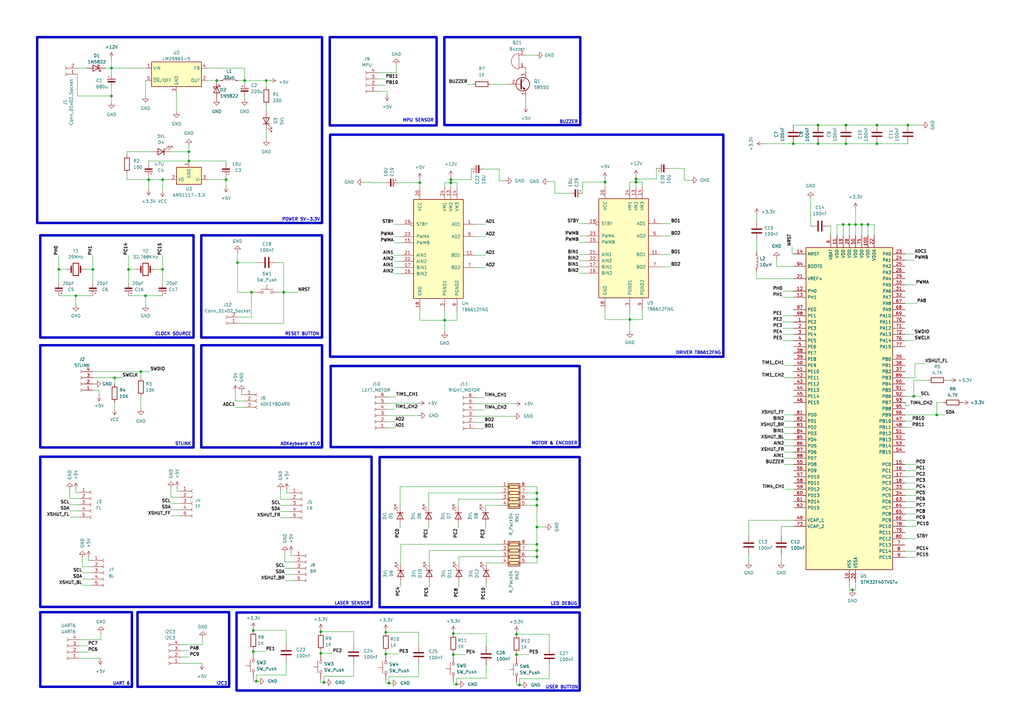
<source format=kicad_sch>
(kicad_sch (version 20230121) (generator eeschema)
  (paper "A3")
  (junction (at 349.631 241.935))
  (junction (at 116.332 119.888))
  (junction (at 359.664 58.928))
  (junction (at 359.664 51.308))
  (junction (at 159.512 280.162))
  (junction (at 24.13 110.49))
  (junction (at 220.218 204.724))
  (junction (at 100.33 33.02))
  (junction (at 211.836 260.096))
  (junction (at 52.705 110.49))
  (junction (at 92.71 73.66))
  (junction (at 158.242 268.224))
  (junction (at 60.96 73.66))
  (junction (at 103.886 267.208))
  (junction (at 131.572 259.08))
  (junction (at 59.69 121.285))
  (junction (at 172.212 74.93))
  (junction (at 77.47 66.04))
  (junction (at 185.928 259.842))
  (junction (at 258.318 131.064))
  (junction (at 38.1 110.49))
  (junction (at 260.858 73.406))
  (junction (at 346.964 58.928))
  (junction (at 158.242 259.334))
  (junction (at 220.218 223.266))
  (junction (at 97.409 107.696))
  (junction (at 88.9 33.02))
  (junction (at 46.99 154.94))
  (junction (at 213.106 280.924))
  (junction (at 109.22 33.02))
  (junction (at 184.912 74.93))
  (junction (at 184.912 73.66))
  (junction (at 103.886 258.572))
  (junction (at 105.156 279.4))
  (junction (at 185.928 268.478))
  (junction (at 103.124 119.888))
  (junction (at 348.361 92.075))
  (junction (at 45.72 27.94))
  (junction (at 353.441 92.075))
  (junction (at 66.675 110.49))
  (junction (at 355.981 92.075))
  (junction (at 182.372 131.318))
  (junction (at 248.158 74.676))
  (junction (at 187.198 280.67))
  (junction (at 345.821 92.075))
  (junction (at 374.777 162.56))
  (junction (at 57.785 152.4))
  (junction (at 335.534 58.928))
  (junction (at 220.218 216.154))
  (junction (at 220.218 225.806))
  (junction (at 325.374 58.928))
  (junction (at 45.72 39.37))
  (junction (at 372.364 51.308))
  (junction (at 211.836 268.478))
  (junction (at 66.675 73.66))
  (junction (at 131.572 267.97))
  (junction (at 132.842 279.908))
  (junction (at 335.534 51.308))
  (junction (at 77.47 62.23))
  (junction (at 220.218 207.264))
  (junction (at 260.858 74.676))
  (junction (at 346.964 51.308))
  (junction (at 384.175 170.18))
  (junction (at 220.218 228.346))
  (junction (at 220.218 202.184))
  (junction (at 350.901 92.075))
  (junction (at 31.115 121.285))
  (wire (pts (xy 103.886 267.208) (xy 103.886 267.97)))
  (wire (pts (xy 164.338 223.266) (xy 205.74 223.266)))
  (wire (pts (xy 31.115 121.285) (xy 38.1 121.285)))
  (wire (pts (xy 45.72 35.56) (xy 45.72 39.37)))
  (wire (pts (xy 386.969 165.1) (xy 384.175 165.1)))
  (wire (pts (xy 320.929 132.08) (xy 325.501 132.08)))
  (wire (pts (xy 149.098 74.676) (xy 151.638 74.676)))
  (wire (pts (xy 97.409 119.888) (xy 103.124 119.888)))
  (wire (pts (xy 204.724 69.342) (xy 204.724 74.168)))
  (wire (pts (xy 38.1 104.775) (xy 38.1 110.49)))
  (wire (pts (xy 32.385 201.93) (xy 31.115 201.93)))
  (wire (pts (xy 131.572 267.97) (xy 131.572 268.478)))
  (wire (pts (xy 335.534 51.308) (xy 346.964 51.308)))
  (wire (pts (xy 182.372 131.318) (xy 187.452 131.318)))
  (wire (pts (xy 182.372 76.708) (xy 182.372 74.93)))
  (wire (pts (xy 371.221 116.84) (xy 375.539 116.84)))
  (wire (pts (xy 237.49 112.014) (xy 240.538 112.014)))
  (wire (pts (xy 132.842 277.368) (xy 132.842 279.908)))
  (wire (pts (xy 184.912 73.66) (xy 193.294 73.66)))
  (wire (pts (xy 320.929 129.54) (xy 325.501 129.54)))
  (wire (pts (xy 158.242 267.208) (xy 158.242 268.224)))
  (wire (pts (xy 175.768 215.392) (xy 175.768 216.662)))
  (wire (pts (xy 103.886 258.064) (xy 103.886 258.572)))
  (wire (pts (xy 52.705 110.49) (xy 55.88 110.49)))
  (wire (pts (xy 74.168 272.034) (xy 82.804 272.034)))
  (wire (pts (xy 117.348 263.906) (xy 117.348 258.572)))
  (wire (pts (xy 85.09 73.66) (xy 92.71 73.66)))
  (wire (pts (xy 187.452 127.508) (xy 187.452 131.318)))
  (wire (pts (xy 176.022 231.394) (xy 176.022 225.806)))
  (wire (pts (xy 237.49 96.774) (xy 240.538 96.774)))
  (wire (pts (xy 38.1 157.48) (xy 38.735 157.48)))
  (wire (pts (xy 310.261 114.3) (xy 310.261 111.125)))
  (wire (pts (xy 371.221 175.26) (xy 374.015 175.26)))
  (wire (pts (xy 116.332 132.588) (xy 116.332 119.888)))
  (wire (pts (xy 258.318 74.676) (xy 260.858 74.676)))
  (wire (pts (xy 324.866 104.14) (xy 324.866 100.965)))
  (wire (pts (xy 185.928 267.716) (xy 185.928 268.478)))
  (wire (pts (xy 32.385 204.47) (xy 28.575 204.47)))
  (wire (pts (xy 195.072 97.028) (xy 199.136 97.028)))
  (wire (pts (xy 38.1 160.02) (xy 40.64 160.02)))
  (wire (pts (xy 92.71 66.04) (xy 92.71 67.31)))
  (wire (pts (xy 100.33 33.02) (xy 109.22 33.02)))
  (wire (pts (xy 374.777 155.956) (xy 374.777 162.56)))
  (wire (pts (xy 371.221 190.5) (xy 375.539 190.5)))
  (wire (pts (xy 24.13 104.775) (xy 24.13 110.49)))
  (wire (pts (xy 187.452 76.708) (xy 187.452 74.93)))
  (wire (pts (xy 220.218 225.806) (xy 215.9 225.806)))
  (wire (pts (xy 215.9 230.886) (xy 220.218 230.886)))
  (wire (pts (xy 258.318 131.064) (xy 263.398 131.064)))
  (wire (pts (xy 103.886 258.572) (xy 103.886 258.826)))
  (wire (pts (xy 145.034 264.414) (xy 145.034 259.08)))
  (wire (pts (xy 66.675 73.66) (xy 69.85 73.66)))
  (wire (pts (xy 248.158 73.406) (xy 248.158 74.676)))
  (wire (pts (xy 213.106 280.924) (xy 213.614 280.924)))
  (wire (pts (xy 185.928 280.67) (xy 187.198 280.67)))
  (wire (pts (xy 260.858 73.406) (xy 269.24 73.406)))
  (wire (pts (xy 199.136 207.264) (xy 205.74 207.264)))
  (wire (pts (xy 74.168 269.494) (xy 77.724 269.494)))
  (wire (pts (xy 113.284 107.696) (xy 116.332 107.696)))
  (wire (pts (xy 194.818 170.688) (xy 210.566 170.688)))
  (wire (pts (xy 199.39 239.014) (xy 199.39 240.792)))
  (wire (pts (xy 158.75 172.974) (xy 162.052 172.974)))
  (wire (pts (xy 348.361 92.075) (xy 348.361 96.52)))
  (wire (pts (xy 52.705 104.775) (xy 52.705 110.49)))
  (wire (pts (xy 66.675 73.66) (xy 66.675 78.105)))
  (wire (pts (xy 116.84 233.045) (xy 120.65 233.045)))
  (wire (pts (xy 28.575 207.01) (xy 32.385 207.01)))
  (wire (pts (xy 117.348 276.86) (xy 105.156 276.86)))
  (wire (pts (xy 215.646 29.464) (xy 215.646 27.686)))
  (wire (pts (xy 161.544 107.188) (xy 164.592 107.188)))
  (wire (pts (xy 263.398 127.254) (xy 263.398 131.064)))
  (wire (pts (xy 32.512 264.922) (xy 36.068 264.922)))
  (wire (pts (xy 321.691 177.8) (xy 325.501 177.8)))
  (wire (pts (xy 32.512 267.462) (xy 36.068 267.462)))
  (wire (pts (xy 116.84 230.505) (xy 116.84 226.695)))
  (wire (pts (xy 119.38 227.965) (xy 119.38 226.695)))
  (wire (pts (xy 43.18 27.94) (xy 45.72 27.94)))
  (wire (pts (xy 220.218 202.184) (xy 220.218 204.724)))
  (wire (pts (xy 100.33 161.925) (xy 99.06 161.925)))
  (wire (pts (xy 131.572 266.954) (xy 131.572 267.97)))
  (wire (pts (xy 184.912 74.93) (xy 184.912 76.708)))
  (wire (pts (xy 320.421 227.33) (xy 320.421 230.505)))
  (wire (pts (xy 77.47 62.23) (xy 77.47 66.04)))
  (wire (pts (xy 188.214 239.014) (xy 188.214 241.046)))
  (wire (pts (xy 310.388 103.505) (xy 310.261 103.505)))
  (wire (pts (xy 320.929 134.62) (xy 325.501 134.62)))
  (wire (pts (xy 371.221 220.98) (xy 375.793 220.98)))
  (wire (pts (xy 233.934 79.248) (xy 227.584 79.248)))
  (wire (pts (xy 321.056 121.92) (xy 325.501 121.92)))
  (wire (pts (xy 97.79 130.048) (xy 103.124 130.048)))
  (wire (pts (xy 325.501 109.22) (xy 318.516 109.22)))
  (wire (pts (xy 332.486 81.28) (xy 332.486 92.71)))
  (wire (pts (xy 97.409 107.696) (xy 105.664 107.696)))
  (wire (pts (xy 59.69 121.285) (xy 66.675 121.285)))
  (wire (pts (xy 52.07 62.23) (xy 62.23 62.23)))
  (wire (pts (xy 274.32 69.088) (xy 280.67 69.088)))
  (wire (pts (xy 321.691 175.26) (xy 325.501 175.26)))
  (wire (pts (xy 371.221 198.12) (xy 375.539 198.12)))
  (wire (pts (xy 171.704 264.668) (xy 171.704 259.334)))
  (wire (pts (xy 211.836 268.478) (xy 211.836 269.494)))
  (wire (pts (xy 310.388 88.138) (xy 310.388 90.932)))
  (wire (pts (xy 187.96 215.392) (xy 187.96 216.662)))
  (wire (pts (xy 325.501 114.3) (xy 310.261 114.3)))
  (wire (pts (xy 38.1 110.49) (xy 38.1 116.205)))
  (wire (pts (xy 359.664 51.308) (xy 372.364 51.308)))
  (wire (pts (xy 340.106 92.71) (xy 340.741 92.71)))
  (wire (pts (xy 321.691 170.18) (xy 325.501 170.18)))
  (wire (pts (xy 159.512 280.162) (xy 160.02 280.162)))
  (wire (pts (xy 201.422 34.544) (xy 208.026 34.544)))
  (wire (pts (xy 220.218 223.266) (xy 220.218 216.154)))
  (wire (pts (xy 307.086 213.36) (xy 307.086 219.71)))
  (wire (pts (xy 187.452 74.93) (xy 184.912 74.93)))
  (wire (pts (xy 158.242 268.224) (xy 163.576 268.224)))
  (wire (pts (xy 32.512 270.002) (xy 41.148 270.002)))
  (wire (pts (xy 260.858 73.406) (xy 260.858 74.676)))
  (wire (pts (xy 271.018 104.394) (xy 275.082 104.394)))
  (wire (pts (xy 271.018 91.694) (xy 275.082 91.694)))
  (wire (pts (xy 182.372 131.318) (xy 182.372 127.508)))
  (wire (pts (xy 191.008 268.478) (xy 185.928 268.478)))
  (wire (pts (xy 307.086 227.33) (xy 307.086 230.505)))
  (wire (pts (xy 239.014 74.676) (xy 239.014 79.248)))
  (wire (pts (xy 116.332 107.696) (xy 116.332 119.888)))
  (wire (pts (xy 110.49 33.02) (xy 109.22 33.02)))
  (wire (pts (xy 70.104 209.042) (xy 73.914 209.042)))
  (wire (pts (xy 70.104 206.502) (xy 73.914 206.502)))
  (wire (pts (xy 350.901 241.935) (xy 349.631 241.935)))
  (wire (pts (xy 77.47 66.04) (xy 92.71 66.04)))
  (wire (pts (xy 220.218 225.806) (xy 220.218 223.266)))
  (wire (pts (xy 164.084 215.392) (xy 164.084 216.662)))
  (wire (pts (xy 27.305 110.49) (xy 24.13 110.49)))
  (wire (pts (xy 325.501 215.9) (xy 320.421 215.9)))
  (wire (pts (xy 211.836 259.588) (xy 211.836 260.096)))
  (wire (pts (xy 321.691 187.96) (xy 325.501 187.96)))
  (wire (pts (xy 375.285 149.098) (xy 375.285 154.94)))
  (wire (pts (xy 33.782 234.95) (xy 37.592 234.95)))
  (wire (pts (xy 371.221 104.14) (xy 375.031 104.14)))
  (wire (pts (xy 31.115 121.285) (xy 31.115 125.095)))
  (wire (pts (xy 158.242 278.892) (xy 158.242 280.162)))
  (wire (pts (xy 343.281 92.075) (xy 345.821 92.075)))
  (wire (pts (xy 158.242 74.93) (xy 151.638 74.93)))
  (wire (pts (xy 374.777 162.56) (xy 377.571 162.56)))
  (wire (pts (xy 313.055 58.928) (xy 325.374 58.928)))
  (wire (pts (xy 99.06 161.925) (xy 99.06 160.655)))
  (wire (pts (xy 114.554 119.888) (xy 116.332 119.888)))
  (wire (pts (xy 185.928 259.842) (xy 185.928 260.096)))
  (wire (pts (xy 46.99 165.1) (xy 46.99 167.64)))
  (wire (pts (xy 92.71 73.66) (xy 92.71 76.2)))
  (wire (pts (xy 199.39 259.842) (xy 185.928 259.842)))
  (wire (pts (xy 325.501 213.36) (xy 307.086 213.36)))
  (wire (pts (xy 57.785 162.56) (xy 57.785 167.64)))
  (wire (pts (xy 258.318 76.454) (xy 258.318 74.676)))
  (wire (pts (xy 131.572 267.97) (xy 136.398 267.97)))
  (wire (pts (xy 164.084 207.772) (xy 164.084 199.644)))
  (wire (pts (xy 158.75 170.434) (xy 171.704 170.434)))
  (wire (pts (xy 28.575 209.55) (xy 32.385 209.55)))
  (wire (pts (xy 63.5 110.49) (xy 66.675 110.49)))
  (wire (pts (xy 57.785 152.4) (xy 57.785 154.94)))
  (wire (pts (xy 97.79 132.588) (xy 116.332 132.588)))
  (wire (pts (xy 115.062 212.344) (xy 118.872 212.344)))
  (wire (pts (xy 345.821 92.075) (xy 348.361 92.075)))
  (wire (pts (xy 52.07 73.66) (xy 60.96 73.66)))
  (wire (pts (xy 33.782 232.41) (xy 33.782 228.6)))
  (wire (pts (xy 52.705 121.285) (xy 59.69 121.285)))
  (wire (pts (xy 31.115 201.93) (xy 31.115 200.66)))
  (wire (pts (xy 220.218 230.886) (xy 220.218 228.346)))
  (wire (pts (xy 227.584 79.248) (xy 227.584 74.422)))
  (wire (pts (xy 131.572 279.908) (xy 132.842 279.908)))
  (wire (pts (xy 225.298 278.384) (xy 213.106 278.384)))
  (wire (pts (xy 371.221 162.56) (xy 374.777 162.56)))
  (wire (pts (xy 154.94 29.845) (xy 162.56 29.845)))
  (wire (pts (xy 321.691 182.88) (xy 325.501 182.88)))
  (wire (pts (xy 57.785 152.4) (xy 61.595 152.4)))
  (wire (pts (xy 199.39 265.176) (xy 199.39 259.842)))
  (wire (pts (xy 350.901 85.852) (xy 350.901 92.075)))
  (wire (pts (xy 225.298 260.096) (xy 211.836 260.096)))
  (wire (pts (xy 248.158 74.676) (xy 248.158 76.454)))
  (wire (pts (xy 92.71 72.39) (xy 92.71 73.66)))
  (wire (pts (xy 194.818 173.228) (xy 198.628 173.228)))
  (wire (pts (xy 213.106 278.384) (xy 213.106 280.924)))
  (wire (pts (xy 211.836 267.97) (xy 211.836 268.478)))
  (wire (pts (xy 335.534 58.928) (xy 346.964 58.928)))
  (wire (pts (xy 45.72 24.13) (xy 45.72 27.94)))
  (wire (pts (xy 172.212 127.508) (xy 172.212 131.318)))
  (wire (pts (xy 73.914 203.962) (xy 70.104 203.962)))
  (wire (pts (xy 115.062 209.804) (xy 118.872 209.804)))
  (wire (pts (xy 109.22 45.72) (xy 109.22 43.18)))
  (wire (pts (xy 60.96 66.04) (xy 77.47 66.04)))
  (wire (pts (xy 348.361 238.76) (xy 348.361 241.935)))
  (wire (pts (xy 371.221 170.18) (xy 384.175 170.18)))
  (wire (pts (xy 271.018 96.774) (xy 275.082 96.774)))
  (wire (pts (xy 187.96 204.724) (xy 205.74 204.724)))
  (wire (pts (xy 154.94 34.925) (xy 158.115 34.925)))
  (wire (pts (xy 116.332 119.888) (xy 122.174 119.888)))
  (wire (pts (xy 77.47 59.69) (xy 77.47 62.23)))
  (wire (pts (xy 215.646 27.686) (xy 215.392 27.686)))
  (wire (pts (xy 158.242 280.162) (xy 159.512 280.162)))
  (wire (pts (xy 97.79 33.02) (xy 100.33 33.02)))
  (wire (pts (xy 60.96 72.39) (xy 60.96 73.66)))
  (wire (pts (xy 131.572 259.08) (xy 131.572 259.334)))
  (wire (pts (xy 103.886 267.208) (xy 108.966 267.208)))
  (wire (pts (xy 237.49 99.314) (xy 240.538 99.314)))
  (wire (pts (xy 371.221 195.58) (xy 375.539 195.58)))
  (wire (pts (xy 41.402 262.382) (xy 41.402 259.588)))
  (wire (pts (xy 103.886 278.13) (xy 103.886 279.4)))
  (wire (pts (xy 194.818 175.768) (xy 198.628 175.768)))
  (wire (pts (xy 260.858 72.39) (xy 260.858 73.406)))
  (wire (pts (xy 131.572 278.638) (xy 131.572 279.908)))
  (wire (pts (xy 185.928 279.4) (xy 185.928 280.67)))
  (wire (pts (xy 372.364 51.308) (xy 378.079 51.308)))
  (wire (pts (xy 371.221 106.68) (xy 375.031 106.68)))
  (wire (pts (xy 384.175 170.18) (xy 387.731 170.18)))
  (wire (pts (xy 185.928 268.478) (xy 185.928 269.24)))
  (wire (pts (xy 38.1 152.4) (xy 57.785 152.4)))
  (wire (pts (xy 260.858 74.676) (xy 260.858 76.454)))
  (wire (pts (xy 172.212 131.318) (xy 182.372 131.318)))
  (wire (pts (xy 371.221 213.36) (xy 375.539 213.36)))
  (wire (pts (xy 164.084 199.644) (xy 205.74 199.644)))
  (wire (pts (xy 350.901 92.075) (xy 353.441 92.075)))
  (wire (pts (xy 100.33 27.94) (xy 100.33 33.02)))
  (wire (pts (xy 100.33 164.465) (xy 96.52 164.465)))
  (wire (pts (xy 258.318 131.064) (xy 258.318 135.89)))
  (wire (pts (xy 216.916 268.478) (xy 211.836 268.478)))
  (wire (pts (xy 100.33 39.37) (xy 100.33 40.64)))
  (wire (pts (xy 38.1 154.94) (xy 46.99 154.94)))
  (wire (pts (xy 325.374 58.928) (xy 335.534 58.928)))
  (wire (pts (xy 45.72 30.48) (xy 45.72 27.94)))
  (wire (pts (xy 237.49 109.474) (xy 240.538 109.474)))
  (wire (pts (xy 207.264 74.168) (xy 204.724 74.168)))
  (wire (pts (xy 198.374 69.342) (xy 204.724 69.342)))
  (wire (pts (xy 348.361 241.935) (xy 349.631 241.935)))
  (wire (pts (xy 69.85 62.23) (xy 77.47 62.23)))
  (wire (pts (xy 175.768 207.772) (xy 175.768 202.184)))
  (wire (pts (xy 215.646 39.624) (xy 215.646 43.434)))
  (wire (pts (xy 66.675 110.49) (xy 66.675 116.205)))
  (wire (pts (xy 161.544 91.948) (xy 164.592 91.948)))
  (wire (pts (xy 371.221 208.28) (xy 375.539 208.28)))
  (wire (pts (xy 237.49 91.694) (xy 240.538 91.694)))
  (wire (pts (xy 45.72 27.94) (xy 59.69 27.94)))
  (wire (pts (xy 161.544 99.568) (xy 164.592 99.568)))
  (wire (pts (xy 346.964 51.308) (xy 359.664 51.308)))
  (wire (pts (xy 283.21 73.914) (xy 280.67 73.914)))
  (wire (pts (xy 158.75 162.814) (xy 162.306 162.814)))
  (wire (pts (xy 371.221 172.72) (xy 374.015 172.72)))
  (wire (pts (xy 158.75 175.514) (xy 162.052 175.514)))
  (wire (pts (xy 248.158 131.064) (xy 258.318 131.064)))
  (wire (pts (xy 162.56 29.845) (xy 162.56 26.67)))
  (wire (pts (xy 158.75 167.894) (xy 162.052 167.894)))
  (wire (pts (xy 195.072 109.728) (xy 199.136 109.728)))
  (wire (pts (xy 158.75 37.465) (xy 158.75 38.735)))
  (wire (pts (xy 74.168 264.414) (xy 83.058 264.414)))
  (wire (pts (xy 191.77 34.544) (xy 193.802 34.544)))
  (wire (pts (xy 371.221 215.9) (xy 375.793 215.9)))
  (wire (pts (xy 88.9 33.02) (xy 90.17 33.02)))
  (wire (pts (xy 345.821 92.075) (xy 345.821 96.52)))
  (wire (pts (xy 103.886 266.446) (xy 103.886 267.208)))
  (wire (pts (xy 46.99 154.94) (xy 46.99 157.48)))
  (wire (pts (xy 118.872 204.724) (xy 115.062 204.724)))
  (wire (pts (xy 371.221 165.1) (xy 371.221 166.37)))
  (wire (pts (xy 31.75 39.37) (xy 45.72 39.37)))
  (wire (pts (xy 161.544 109.728) (xy 164.592 109.728)))
  (wire (pts (xy 74.168 266.954) (xy 77.724 266.954)))
  (wire (pts (xy 176.022 225.806) (xy 205.74 225.806)))
  (wire (pts (xy 117.348 258.572) (xy 103.886 258.572)))
  (wire (pts (xy 225.044 74.422) (xy 227.584 74.422)))
  (wire (pts (xy 371.221 226.06) (xy 375.666 226.06)))
  (wire (pts (xy 321.691 154.94) (xy 325.501 154.94)))
  (wire (pts (xy 220.218 202.184) (xy 215.9 202.184)))
  (wire (pts (xy 188.214 231.394) (xy 188.214 228.346)))
  (wire (pts (xy 31.75 30.48) (xy 31.75 39.37)))
  (wire (pts (xy 220.218 204.724) (xy 220.218 207.264)))
  (wire (pts (xy 211.836 280.924) (xy 213.106 280.924)))
  (wire (pts (xy 85.09 27.94) (xy 100.33 27.94)))
  (wire (pts (xy 40.64 160.02) (xy 40.64 161.925)))
  (wire (pts (xy 269.24 69.088) (xy 269.24 73.406)))
  (wire (pts (xy 31.75 27.94) (xy 35.56 27.94)))
  (wire (pts (xy 70.104 203.962) (xy 70.104 200.152)))
  (wire (pts (xy 321.056 119.38) (xy 325.501 119.38)))
  (wire (pts (xy 184.912 72.644) (xy 184.912 73.66)))
  (wire (pts (xy 172.212 73.66) (xy 172.212 74.93)))
  (wire (pts (xy 321.691 180.34) (xy 325.501 180.34)))
  (wire (pts (xy 33.782 237.49) (xy 37.592 237.49)))
  (wire (pts (xy 145.034 259.08) (xy 131.572 259.08)))
  (wire (pts (xy 211.836 260.096) (xy 211.836 260.35)))
  (wire (pts (xy 37.592 229.87) (xy 36.322 229.87)))
  (wire (pts (xy 103.124 119.888) (xy 104.394 119.888)))
  (wire (pts (xy 163.322 74.93) (xy 172.212 74.93)))
  (wire (pts (xy 375.285 149.098) (xy 379.349 149.098)))
  (wire (pts (xy 220.218 228.346) (xy 215.9 228.346)))
  (wire (pts (xy 371.221 139.7) (xy 375.031 139.7)))
  (wire (pts (xy 193.294 69.342) (xy 193.294 73.66)))
  (wire (pts (xy 60.96 73.66) (xy 60.96 77.47)))
  (wire (pts (xy 60.96 66.04) (xy 60.96 67.31)))
  (wire (pts (xy 220.218 228.346) (xy 220.218 225.806)))
  (wire (pts (xy 353.441 92.075) (xy 355.981 92.075)))
  (wire (pts (xy 199.39 272.796) (xy 199.39 278.13)))
  (wire (pts (xy 225.298 265.43) (xy 225.298 260.096)))
  (wire (pts (xy 215.392 22.606) (xy 219.964 22.606)))
  (wire (pts (xy 34.925 110.49) (xy 38.1 110.49)))
  (wire (pts (xy 185.928 259.334) (xy 185.928 259.842)))
  (wire (pts (xy 117.602 202.184) (xy 117.602 200.914)))
  (wire (pts (xy 280.67 69.088) (xy 280.67 73.914)))
  (wire (pts (xy 172.212 74.93) (xy 172.212 76.708)))
  (wire (pts (xy 36.322 229.87) (xy 36.322 228.6)))
  (wire (pts (xy 70.104 211.582) (xy 73.914 211.582)))
  (wire (pts (xy 258.318 131.064) (xy 258.318 127.254)))
  (wire (pts (xy 371.221 210.82) (xy 375.539 210.82)))
  (wire (pts (xy 158.242 259.334) (xy 158.242 259.588)))
  (wire (pts (xy 318.516 109.22) (xy 318.516 106.045)))
  (wire (pts (xy 72.644 201.422) (xy 72.644 200.152)))
  (wire (pts (xy 220.218 207.264) (xy 220.218 216.154)))
  (wire (pts (xy 320.929 137.16) (xy 325.501 137.16)))
  (wire (pts (xy 100.33 33.02) (xy 100.33 34.29)))
  (wire (pts (xy 343.281 96.52) (xy 343.281 92.075)))
  (wire (pts (xy 117.348 271.526) (xy 117.348 276.86)))
  (wire (pts (xy 355.981 96.52) (xy 355.981 92.075)))
  (wire (pts (xy 194.818 165.608) (xy 210.82 165.608)))
  (wire (pts (xy 187.198 278.13) (xy 187.198 280.67)))
  (wire (pts (xy 24.13 110.49) (xy 24.13 116.205)))
  (wire (pts (xy 195.072 91.948) (xy 199.136 91.948)))
  (wire (pts (xy 105.156 276.86) (xy 105.156 279.4)))
  (wire (pts (xy 220.218 199.644) (xy 220.218 202.184)))
  (wire (pts (xy 199.136 207.772) (xy 199.136 207.264)))
  (wire (pts (xy 195.072 104.648) (xy 199.136 104.648)))
  (wire (pts (xy 263.398 76.454) (xy 263.398 74.676)))
  (wire (pts (xy 103.124 130.048) (xy 103.124 119.888)))
  (wire (pts (xy 164.338 239.014) (xy 164.338 240.538)))
  (wire (pts (xy 353.441 96.52) (xy 353.441 92.075)))
  (wire (pts (xy 375.285 154.94) (xy 371.221 154.94)))
  (wire (pts (xy 358.521 96.52) (xy 358.521 92.075)))
  (wire (pts (xy 154.94 32.385) (xy 158.115 32.385)))
  (wire (pts (xy 271.018 109.474) (xy 275.082 109.474)))
  (wire (pts (xy 371.221 193.04) (xy 375.539 193.04)))
  (wire (pts (xy 350.901 238.76) (xy 350.901 241.935)))
  (wire (pts (xy 171.704 259.334) (xy 158.242 259.334)))
  (wire (pts (xy 182.372 74.93) (xy 184.912 74.93)))
  (wire (pts (xy 199.39 231.394) (xy 199.39 230.886)))
  (wire (pts (xy 371.221 166.37) (xy 373.253 166.37)))
  (wire (pts (xy 188.214 228.346) (xy 205.74 228.346)))
  (wire (pts (xy 120.65 227.965) (xy 119.38 227.965)))
  (wire (pts (xy 182.372 131.572) (xy 182.372 136.144)))
  (wire (pts (xy 132.842 279.908) (xy 133.35 279.908)))
  (wire (pts (xy 211.836 279.654) (xy 211.836 280.924)))
  (wire (pts (xy 199.136 215.392) (xy 199.136 216.916)))
  (wire (pts (xy 72.39 38.1) (xy 72.39 45.72)))
  (wire (pts (xy 37.592 232.41) (xy 33.782 232.41)))
  (wire (pts (xy 97.409 103.378) (xy 97.409 107.696)))
  (wire (pts (xy 154.94 37.465) (xy 158.75 37.465)))
  (wire (pts (xy 52.07 62.23) (xy 52.07 63.5)))
  (wire (pts (xy 73.914 201.422) (xy 72.644 201.422)))
  (wire (pts (xy 105.156 279.4) (xy 105.664 279.4)))
  (wire (pts (xy 145.034 272.034) (xy 145.034 277.368)))
  (wire (pts (xy 159.512 277.622) (xy 159.512 280.162)))
  (wire (pts (xy 321.691 149.86) (xy 325.501 149.86)))
  (wire (pts (xy 97.409 107.696) (xy 97.409 119.888)))
  (wire (pts (xy 59.69 33.02) (xy 59.69 39.37)))
  (wire (pts (xy 176.022 239.014) (xy 176.022 240.792)))
  (wire (pts (xy 145.034 277.368) (xy 132.842 277.368)))
  (wire (pts (xy 115.062 204.724) (xy 115.062 200.914)))
  (wire (pts (xy 194.818 163.068) (xy 198.628 163.068)))
  (wire (pts (xy 175.768 202.184) (xy 205.74 202.184)))
  (wire (pts (xy 45.72 39.37) (xy 45.72 41.91)))
  (wire (pts (xy 321.945 200.66) (xy 325.501 200.66)))
  (wire (pts (xy 103.886 279.4) (xy 105.156 279.4)))
  (wire (pts (xy 28.575 212.09) (xy 32.385 212.09)))
  (wire (pts (xy 321.691 172.72) (xy 325.501 172.72)))
  (wire (pts (xy 320.421 215.9) (xy 320.421 219.71)))
  (wire (pts (xy 384.175 165.1) (xy 384.175 170.18)))
  (wire (pts (xy 388.239 155.956) (xy 389.509 155.956)))
  (wire (pts (xy 161.544 112.268) (xy 164.592 112.268)))
  (wire (pts (xy 131.572 258.572) (xy 131.572 259.08)))
  (wire (pts (xy 320.929 139.7) (xy 325.501 139.7)))
  (wire (pts (xy 371.221 124.46) (xy 376.047 124.46)))
  (wire (pts (xy 52.705 110.49) (xy 52.705 116.205)))
  (wire (pts (xy 220.218 204.724) (xy 215.9 204.724)))
  (wire (pts (xy 321.691 190.5) (xy 325.501 190.5)))
  (wire (pts (xy 151.638 74.93) (xy 151.638 74.676)))
  (wire (pts (xy 161.544 97.028) (xy 164.592 97.028)))
  (wire (pts (xy 215.9 207.264) (xy 220.218 207.264)))
  (wire (pts (xy 371.221 137.16) (xy 375.031 137.16)))
  (wire (pts (xy 109.22 53.34) (xy 109.22 57.15)))
  (wire (pts (xy 33.782 240.03) (xy 37.592 240.03)))
  (wire (pts (xy 358.521 92.075) (xy 355.981 92.075)))
  (wire (pts (xy 187.96 207.772) (xy 187.96 204.724)))
  (wire (pts (xy 225.298 273.05) (xy 225.298 278.384)))
  (wire (pts (xy 237.49 104.394) (xy 240.538 104.394)))
  (wire (pts (xy 115.062 207.264) (xy 118.872 207.264)))
  (wire (pts (xy 85.09 33.02) (xy 88.9 33.02)))
  (wire (pts (xy 340.741 92.71) (xy 340.741 96.52)))
  (wire (pts (xy 263.398 74.676) (xy 260.858 74.676)))
  (wire (pts (xy 346.964 58.928) (xy 359.664 58.928)))
  (wire (pts (xy 350.901 92.075) (xy 350.901 96.52)))
  (wire (pts (xy 158.242 258.826) (xy 158.242 259.334)))
  (wire (pts (xy 237.49 106.934) (xy 240.538 106.934)))
  (wire (pts (xy 194.818 168.148) (xy 198.628 168.148)))
  (wire (pts (xy 348.361 92.075) (xy 350.901 92.075)))
  (wire (pts (xy 239.014 74.676) (xy 248.158 74.676)))
  (wire (pts (xy 325.501 104.14) (xy 324.866 104.14)))
  (wire (pts (xy 171.704 272.288) (xy 171.704 277.622)))
  (wire (pts (xy 184.912 73.66) (xy 184.912 74.93)))
  (wire (pts (xy 158.242 268.224) (xy 158.242 268.732)))
  (wire (pts (xy 164.338 231.394) (xy 164.338 223.266)))
  (wire (pts (xy 60.96 73.66) (xy 66.675 73.66)))
  (wire (pts (xy 28.575 204.47) (xy 28.575 200.66)))
  (wire (pts (xy 220.218 223.266) (xy 215.9 223.266)))
  (wire (pts (xy 371.221 205.74) (xy 375.539 205.74)))
  (wire (pts (xy 96.52 164.465) (xy 96.52 160.655)))
  (wire (pts (xy 321.691 185.42) (xy 325.501 185.42)))
  (wire (pts (xy 161.544 104.648) (xy 164.592 104.648)))
  (wire (pts (xy 109.22 33.02) (xy 109.22 35.56)))
  (wire (pts (xy 158.75 165.354) (xy 171.45 165.354)))
  (wire (pts (xy 96.52 167.005) (xy 100.33 167.005)))
  (wire (pts (xy 199.39 278.13) (xy 187.198 278.13)))
  (wire (pts (xy 325.374 51.308) (xy 335.534 51.308)))
  (wire (pts (xy 371.221 203.2) (xy 375.539 203.2)))
  (wire (pts (xy 371.221 228.6) (xy 375.666 228.6)))
  (wire (pts (xy 187.198 280.67) (xy 187.706 280.67)))
  (wire (pts (xy 66.675 104.775) (xy 66.675 110.49)))
  (wire (pts (xy 359.664 58.928) (xy 372.364 58.928)))
  (wire (pts (xy 374.777 155.956) (xy 380.619 155.956)))
  (wire (pts (xy 118.872 202.184) (xy 117.602 202.184)))
  (wire (pts (xy 310.388 98.552) (xy 310.388 103.505)))
  (wire (pts (xy 46.99 154.94) (xy 50.165 154.94)))
  (wire (pts (xy 215.9 199.644) (xy 220.218 199.644)))
  (wire (pts (xy 116.84 235.585) (xy 120.65 235.585)))
  (wire (pts (xy 116.84 238.125) (xy 120.65 238.125)))
  (wire (pts (xy 24.13 121.285) (xy 31.115 121.285)))
  (wire (pts (xy 83.058 264.414) (xy 83.058 261.62)))
  (wire (pts (xy 59.69 121.285) (xy 59.69 125.095)))
  (wire (pts (xy 248.158 127.254) (xy 248.158 131.064)))
  (wire (pts (xy 32.512 262.382) (xy 41.402 262.382)))
  (wire (pts (xy 120.65 230.505) (xy 116.84 230.505)))
  (wire (pts (xy 220.218 216.154) (xy 223.52 216.154)))
  (wire (pts (xy 52.07 71.12) (xy 52.07 73.66)))
  (wire (pts (xy 171.704 277.622) (xy 159.512 277.622)))
  (wire (pts (xy 371.221 200.66) (xy 375.539 200.66)))
  (wire (pts (xy 199.39 230.886) (xy 205.74 230.886)))
  (rectangle (start 16.51 141.605) (end 79.375 183.515) (stroke (width 1)))
  (rectangle (start 82.55 96.52) (end 132.08 138.43) (stroke (width 1)))
  (rectangle (start 135.255 15.24) (end 179.07 51.435) (stroke (width 1)))
  (rectangle (start 56.388 251.079) (end 93.98 281.686) (stroke (width 1)))
  (rectangle (start 15.24 15.24) (end 132.08 91.44) (stroke (width 1)))
  (rectangle (start 16.51 251.079) (end 54.102 281.686) (stroke (width 1)))
  (rectangle (start 97.028 251.206) (end 237.744 283.21) (stroke (width 1)))
  (rectangle (start 155.702 187.452) (end 237.744 249.047) (stroke (width 1)))
  (rectangle (start 16.51 187.325) (end 152.4 248.92) (stroke (width 1)))
  (rectangle (start 135.382 55.245) (end 296.672 146.304) (stroke (width 1)))
  (rectangle (start 16.51 96.52) (end 79.375 138.43) (stroke (width 1)))
  (rectangle (start 82.55 141.605) (end 132.08 183.515) (stroke (width 1)))
  (rectangle (start 135.636 150.114) (end 237.744 183.388) (stroke (width 1)))
  (rectangle (start 182.245 15.24) (end 237.998 51.308) (stroke (width 1)))
  (text "BUZZER\n" (at 229.362 50.8 0) (effects (font (size 1.27 1.27) bold) (justify left bottom)))
  (text "RESET BUTTON\n" (at 116.84 137.795 0) (effects (font (size 1.27 1.27) bold) (justify left bottom)))
  (text "I2C3\n" (at 88.646 281.178 0) (effects (font (size 1.27 1.27) bold) (justify left bottom)))
  (text "MOTOR & ENCODER\n" (at 217.932 182.626 0) (effects (font (size 1.27 1.27) bold) (justify left bottom)))
  (text "UART 6" (at 46.228 281.178 0) (effects (font (size 1.27 1.27) bold) (justify left bottom)))
  (text "LASER SENSOR\n" (at 137.16 248.285 0) (effects (font (size 1.27 1.27) bold) (justify left bottom)))
  (text "MPU SENSOR\n" (at 165.1 50.165 0) (effects (font (size 1.27 1.27) bold) (justify left bottom)))
  (text "ADKeyboard V1.0\n" (at 114.935 182.88 0) (effects (font (size 1.27 1.27) bold) (justify left bottom)))
  (text "POWER 5V-3.3V" (at 115.57 90.805 0) (effects (font (size 1.27 1.27) (thickness 0.254) bold) (justify left bottom)))
  (text "DRIVER TB6612FNG\n\n" (at 277.114 147.574 0) (effects (font (size 1.27 1.27) bold) (justify left bottom)))
  (text "CLOCK SOURCE\n" (at 63.5 137.795 0) (effects (font (size 1.27 1.27) bold) (justify left bottom)))
  (text "STLINK\n" (at 71.755 182.88 0) (effects (font (size 1.27 1.27) bold) (justify left bottom)))
  (text "USER BUTTON\n" (at 223.774 282.702 0) (effects (font (size 1.27 1.27) bold) (justify left bottom)))
  (text "LED DEBUG\n" (at 225.806 248.412 0) (effects (font (size 1.27 1.27) bold) (justify left bottom)))
  (label "SWCLK" (at 375.031 139.7 0) (effects (font bold)))
  (label "PH1" (at 38.1 104.775 90) (effects (font bold)))
  (label "AIN2" (at 321.691 182.88 180) (effects (font bold)))
  (label "BO2" (at 275.082 109.474 0) (effects (font bold)))
  (label "PE4" (at 191.008 268.478 0) (effects (font bold)))
  (label "PC1" (at 175.768 216.662 270) (effects (font bold)))
  (label "PB11" (at 374.015 175.26 0) (effects (font bold)))
  (label "PC4" (at 375.539 200.66 0) (effects (font bold)))
  (label "TIM1_CH1" (at 162.306 162.814 0) (effects (font bold)))
  (label "BIN1" (at 237.49 109.474 180) (effects (font bold)))
  (label "SDA" (at 70.104 209.042 180) (effects (font bold)))
  (label "PB11" (at 158.115 32.385 0) (effects (font bold)))
  (label "PE2" (at 320.929 132.08 180) (effects (font bold)))
  (label "XSHUT_BR" (at 321.691 175.26 180) (effects (font (thickness 0.254) bold)))
  (label "BO1" (at 275.082 91.694 0) (effects (font bold)))
  (label "AIN1" (at 161.544 104.648 180) (effects (font bold)))
  (label "BIN2" (at 237.49 112.014 180) (effects (font bold)))
  (label "PE2" (at 136.398 267.97 0) (effects (font bold)))
  (label "BO2" (at 198.628 173.228 0) (effects (font bold)))
  (label "SDA" (at 28.575 209.55 180) (effects (font bold)))
  (label "XSHUT_FF" (at 70.104 211.582 180) (effects (font (thickness 0.254) bold)))
  (label "SCL" (at 28.575 207.01 180) (effects (font bold)))
  (label "PC5" (at 176.022 240.792 270) (effects (font bold)))
  (label "SCL" (at 115.062 207.264 180) (effects (font bold)))
  (label "XSHUT_FR" (at 115.062 212.344 180) (effects (font (thickness 0.254) bold)))
  (label "PWMA" (at 375.539 116.84 0) (effects (font bold)))
  (label "PH0" (at 321.056 119.38 180) (effects (font bold)))
  (label "SWDIO" (at 375.031 137.16 0) (effects (font bold)))
  (label "PC15" (at 66.675 104.775 90) (effects (font bold)))
  (label "PC7" (at 375.539 208.28 0) (effects (font bold)))
  (label "STBY" (at 375.793 220.98 0) (effects (font bold)))
  (label "PWMA" (at 161.544 97.028 180) (effects (font bold)))
  (label "TIM4_CH1" (at 198.628 163.068 0) (effects (font bold)))
  (label "AIN2" (at 161.544 107.188 180) (effects (font bold)))
  (label "BIN2" (at 321.691 172.72 180) (effects (font bold)))
  (label "ADC1" (at 375.031 104.14 0) (effects (font bold)))
  (label "SCL" (at 116.84 233.045 180) (effects (font bold)))
  (label "XSHUT_FF" (at 321.691 170.18 180) (effects (font (thickness 0.254) bold)))
  (label "BO1" (at 198.628 175.768 0) (effects (font bold)))
  (label "SCL" (at 33.782 234.95 180) (effects (font bold)))
  (label "PB10" (at 374.015 172.72 0) (effects (font bold)))
  (label "PC0" (at 375.539 190.5 0) (effects (font bold)))
  (label "PC5" (at 375.539 203.2 0) (effects (font bold)))
  (label "AIN1" (at 161.544 109.728 180) (effects (font bold)))
  (label "XSHUT_BL" (at 321.691 180.34 180) (effects (font (thickness 0.254) bold)))
  (label "XSHUT_BL" (at 33.782 240.03 180) (effects (font (thickness 0.254) bold)))
  (label "AO2" (at 162.052 172.974 0) (effects (font bold)))
  (label "BUZZER" (at 321.691 190.5 180) (effects (font bold)))
  (label "PC14" (at 375.666 226.06 0) (effects (font bold)))
  (label "PC4" (at 164.338 240.538 270) (effects (font bold)))
  (label "BO1" (at 275.082 104.394 0) (effects (font bold)))
  (label "AO1" (at 162.052 175.514 0) (effects (font bold)))
  (label "PC0" (at 164.084 216.662 270) (effects (font bold)))
  (label "BIN1" (at 321.691 177.8 180) (effects (font bold)))
  (label "SDA" (at 115.062 209.804 180) (effects (font bold)))
  (label "BIN2" (at 237.49 106.934 180) (effects (font bold)))
  (label "PC2" (at 187.96 216.662 270) (effects (font bold)))
  (label "PB10" (at 158.115 34.925 0) (effects (font bold)))
  (label "SWCLK" (at 50.165 154.94 0) (effects (font bold)))
  (label "PA8" (at 77.724 266.954 0) (effects (font bold)))
  (label "PE5" (at 216.916 268.478 0) (effects (font bold)))
  (label "PWMB" (at 237.49 99.314 180) (effects (font bold)))
  (label "PC15" (at 375.666 228.6 0) (effects (font bold)))
  (label "PWMB" (at 375.031 106.68 0) (effects (font bold)))
  (label "PE3" (at 163.576 268.224 0) (effects (font bold)))
  (label "XSHUT_FL" (at 28.575 212.09 180) (effects (font bold)))
  (label "PC7" (at 36.068 264.922 0) (effects (font bold)))
  (label "XSHUT_BR" (at 116.84 238.125 180) (effects (font (thickness 0.254) bold)))
  (label "NRST" (at 122.174 119.888 0) (effects (font bold)))
  (label "TIM4_CH2" (at 373.253 166.37 0) (effects (font bold)))
  (label "AO1" (at 199.136 104.648 0) (effects (font bold)))
  (label "AO2" (at 199.136 97.028 0) (effects (font bold)))
  (label "SCL" (at 70.104 206.502 180) (effects (font bold)))
  (label "PC2" (at 375.539 195.58 0) (effects (font bold)))
  (label "PC10" (at 375.793 215.9 0) (effects (font bold)))
  (label "PWMA" (at 161.544 99.568 180) (effects (font bold)))
  (label "AIN2" (at 161.544 112.268 180) (effects (font bold)))
  (label "PC1" (at 375.539 193.04 0) (effects (font bold)))
  (label "BIN1" (at 237.49 104.394 180) (effects (font bold)))
  (label "BUZZER" (at 191.77 34.544 180) (effects (font bold)))
  (label "AO1" (at 199.136 91.948 0) (effects (font bold)))
  (label "STBY" (at 237.49 91.694 180) (effects (font bold)))
  (label "PC10" (at 199.39 240.792 270) (effects (font bold)))
  (label "PC8" (at 375.539 210.82 0) (effects (font bold)))
  (label "PC14" (at 52.705 104.775 90) (effects (font bold)))
  (label "SDA" (at 33.782 237.49 180) (effects (font bold)))
  (label "PC3" (at 199.136 216.916 270) (effects (font bold)))
  (label "PA8" (at 376.047 124.46 0) (effects (font bold)))
  (label "PC6" (at 375.539 205.74 0) (effects (font bold)))
  (label "XSHUT_FR" (at 321.691 185.42 180) (effects (font (thickness 0.254) bold)))
  (label "PE5" (at 320.929 139.7 180) (effects (font bold)))
  (label "PH0" (at 24.13 104.775 90) (effects (font bold)))
  (label "SDA" (at 387.731 170.18 0) (effects (font bold)))
  (label "AIN1" (at 321.691 187.96 180) (effects (font bold)))
  (label "PC9" (at 375.539 213.36 0) (effects (font bold)))
  (label "PE3" (at 320.929 134.62 180) (effects (font bold)))
  (label "TIM1_CH2" (at 162.052 167.894 0) (effects (font bold)))
  (label "PWMB" (at 237.49 96.774 180) (effects (font bold)))
  (label "STBY" (at 161.544 91.948 180) (effects (font bold)))
  (label "TIM1_CH2" (at 321.691 154.94 180) (effects (font bold)))
  (label "NRST" (at 324.866 100.965 90) (effects (font bold)))
  (label "PE1" (at 108.966 267.208 0) (effects (font bold)))
  (label "PC3" (at 375.539 198.12 0) (effects (font bold)))
  (label "TIM4_CH1" (at 321.945 200.66 180) (effects (font bold)))
  (label "SDA" (at 116.84 235.585 180) (effects (font bold)))
  (label "PC6" (at 36.068 267.462 0) (effects (font bold)))
  (label "PE4" (at 320.929 137.16 180) (effects (font bold)))
  (label "XSHUT_FL" (at 379.349 149.098 0) (effects (font bold)))
  (label "TIM1_CH1" (at 321.691 149.86 180) (effects (font bold)))
  (label "TIM4_CH2" (at 198.628 168.148 0) (effects (font bold)))
  (label "PC9" (at 77.724 269.494 0) (effects (font bold)))
  (label "SWDIO" (at 61.595 152.4 0) (effects (font bold)))
  (label "SCL" (at 377.571 162.56 0) (effects (font bold)))
  (label "PH1" (at 321.056 121.92 180) (effects (font bold)))
  (label "ADC1" (at 96.52 167.005 180) (effects (font bold)))
  (label "PE1" (at 320.929 129.54 180) (effects (font bold)))
  (label "AO2" (at 199.136 109.728 0) (effects (font bold)))
  (label "PC8" (at 188.214 241.046 270) (effects (font bold)))
  (label "BO2" (at 275.082 96.774 0) (effects (font bold)))
  (symbol (lib_id "power:+12V") (at 45.72 24.13 0) (unit 1)
    (property "Reference" "#PWR044" (effects hide))
    (property "Value" "+12V" (at 45.72 19.304 0))
  )
  (symbol (lib_id "power:GND") (at 171.704 170.434 90) (unit 1)
    (property "Reference" "#PWR050" (effects hide))
    (property "Value" "GND" (at 175.768 170.434 90) (effects (justify right)))
  )
  (symbol (lib_id "power:+5V") (at 96.52 160.655 0) (unit 1)
    (property "Reference" "#PWR038" (effects hide))
    (property "Value" "+5V" (at 96.52 156.845 90) (effects (justify left)))
  )
  (symbol (lib_id "power:+3.3V") (at 211.836 259.588 0) (unit 1)
    (property "Reference" "#PWR069" (effects hide))
    (property "Value" "+3.3V" (at 211.836 255.016 0))
  )
  (symbol (lib_id "power:+5V") (at 119.38 226.695 0) (unit 1)
    (property "Reference" "#PWR037" (effects hide))
    (property "Value" "+5V" (at 119.38 222.885 90) (effects (justify left)))
  )
  (symbol (lib_id "Device:C") (at 359.664 55.118 180) (unit 1)
    (property "Reference" "C10" (at 352.679 55.118 90))
    (property "Value" "100nF" (at 355.219 55.118 90))
    (property "Footprint" "Capacitor_SMD:C_0805_2012Metric_Pad1.18x1.45mm_HandSolder" (effects hide))
  )
  (symbol (lib_id "Switch:SW_Push") (at 103.886 273.05 90) (unit 1)
    (property "Reference" "SW2" (at 105.156 271.78 90) (effects (justify right)))
    (property "Value" "SW_Push" (at 105.156 274.32 90) (effects (justify right)))
    (property "Footprint" "Button_Switch_SMD:SW_Tactile_SPST_NO_Straight_CK_PTS636Sx25SMTRLFS" (effects hide))
  )
  (symbol (lib_id "power:+5V") (at 117.602 200.914 0) (unit 1)
    (property "Reference" "#PWR031" (effects hide))
    (property "Value" "+5V" (at 117.602 197.104 90) (effects (justify left)))
  )
  (symbol (lib_id "power:+5V") (at 36.322 228.6 0) (unit 1)
    (property "Reference" "#PWR033" (effects hide))
    (property "Value" "+5V" (at 36.322 224.79 90) (effects (justify left)))
  )
  (symbol (lib_id "Device:LED") (at 164.338 235.204 270) (unit 1)
    (property "Reference" "D9" (at 160.528 235.204 0))
    (property "Value" "3VL" (at 157.988 235.204 0))
    (property "Footprint" "LED_SMD:LED_0805_2012Metric_Pad1.15x1.40mm_HandSolder" (effects hide))
  )
  (symbol (lib_id "Device:C") (at 372.364 55.118 180) (unit 1)
    (property "Reference" "C11" (at 365.379 55.118 90))
    (property "Value" "100nF" (at 367.919 55.118 90))
    (property "Footprint" "Capacitor_SMD:C_0805_2012Metric_Pad1.18x1.45mm_HandSolder" (effects hide))
  )
  (symbol (lib_id "Device:C") (at 346.964 55.118 180) (unit 1)
    (property "Reference" "C9" (at 339.979 55.118 90))
    (property "Value" "100nF" (at 342.519 55.118 90))
    (property "Footprint" "Capacitor_SMD:C_0805_2012Metric_Pad1.18x1.45mm_HandSolder" (effects hide))
  )
  (symbol (lib_id "Driver_Motor:TB6612FNG") (at 255.778 101.854 0) (unit 1)
    (property "Reference" "U5" (at 265.3539 124.206 0) (effects (justify left)))
    (property "Value" "TB6612FNG" (at 265.3539 126.746 0) (effects (justify left)))
    (property "Footprint" "TB6612FNG_C_8_EL:SOP65P760X160-24N" (effects hide))
    (property "Datasheet" "https://toshiba.semicon-storage.com/us/product/linear/motordriver/detail.TB6612FNG.html" (effects hide))
  )
  (symbol (lib_id "power:+5V") (at 215.646 43.434 180) (unit 1)
    (property "Reference" "#PWR054" (effects hide))
    (property "Value" "+5V" (at 215.646 48.514 0))
  )
  (symbol (lib_id "Device:C") (at 171.704 268.478 180) (unit 1)
    (property "Reference" "C25" (at 175.768 267.208 0) (effects (justify right)))
    (property "Value" "100nF" (at 175.768 269.748 0) (effects (justify right)))
    (property "Footprint" "Capacitor_SMD:C_0805_2012Metric_Pad1.18x1.45mm_HandSolder" (effects hide))
  )
  (symbol (lib_id "power:GND") (at 187.706 280.67 90) (unit 1)
    (property "Reference" "#PWR068" (effects hide))
    (property "Value" "GND" (at 191.77 280.67 90) (effects (justify right)))
  )
  (symbol (lib_id "Device:LED") (at 176.022 235.204 270) (unit 1)
    (property "Reference" "D10" (at 172.212 235.204 0))
    (property "Value" "3VL" (at 169.672 235.204 0))
    (property "Footprint" "LED_SMD:LED_0805_2012Metric_Pad1.15x1.40mm_HandSolder" (effects hide))
  )
  (symbol (lib_id "power:GND") (at 378.079 51.308 90) (unit 1)
    (property "Reference" "#PWR014" (effects hide))
    (property "Value" "GND" (at 382.524 51.308 0))
  )
  (symbol (lib_id "power:GND") (at 258.318 135.89 0) (unit 1)
    (property "Reference" "#PWR075" (effects hide))
    (property "Value" "GND" (at 258.318 140.462 0))
  )
  (symbol (lib_id "power:+5V") (at 40.64 161.925 180) (unit 1)
    (property "Reference" "#PWR024" (effects hide))
    (property "Value" "+5V" (at 40.64 166.37 0))
  )
  (symbol (lib_id "power:GND") (at 149.098 74.676 270) (unit 1)
    (property "Reference" "#PWR048" (effects hide))
    (property "Value" "GND" (at 145.288 74.676 90) (effects (justify right)))
  )
  (symbol (lib_id "power:GND") (at 100.33 40.64 0) (unit 1)
    (property "Reference" "#PWR05" (effects hide))
    (property "Value" "GND" (at 100.33 45.72 0))
  )
  (symbol (lib_id "power:+3.3V") (at 313.055 58.928 90) (unit 1)
    (property "Reference" "#PWR073" (effects hide))
    (property "Value" "+3.3V" (at 307.975 58.928 0))
  )
  (symbol (lib_id "Device:C") (at 307.086 223.52 180) (unit 1)
    (property "Reference" "C13" (at 310.896 222.25 0) (effects (justify right)))
    (property "Value" "100nF" (at 310.896 224.79 0) (effects (justify right)))
    (property "Footprint" "Capacitor_SMD:C_0805_2012Metric_Pad1.18x1.45mm_HandSolder" (effects hide))
  )
  (symbol (lib_id "power:+5V") (at 72.644 200.152 0) (unit 1)
    (property "Reference" "#PWR035" (effects hide))
    (property "Value" "+5V" (at 72.644 196.342 90) (effects (justify left)))
  )
  (symbol (lib_id "MCU_ST_STM32F4:STM32F407VGTx") (at 348.361 167.64 0) (unit 1)
    (property "Reference" "U1" (at 352.8569 236.22 0) (effects (justify left)))
    (property "Value" "STM32F407VGTx" (at 352.8569 238.76 0) (effects (justify left)))
    (property "Footprint" "Package_QFP:LQFP-100_14x14mm_P0.5mm" (effects hide))
    (property "Datasheet" "https://www.st.com/resource/en/datasheet/stm32f407vg.pdf" (effects hide))
  )
  (symbol (lib_id "power:+5V") (at 82.804 272.034 180) (unit 1)
    (property "Reference" "#PWR059" (effects hide))
    (property "Value" "+5V" (at 82.804 277.368 0))
  )
  (symbol (lib_id "Device:LED") (at 188.214 235.204 270) (unit 1)
    (property "Reference" "D11" (at 184.404 235.204 0))
    (property "Value" "3VL" (at 181.864 235.204 0))
    (property "Footprint" "LED_SMD:LED_0805_2012Metric_Pad1.15x1.40mm_HandSolder" (effects hide))
  )
  (symbol (lib_id "Driver_Motor:TB6612FNG") (at 179.832 102.108 0) (unit 1)
    (property "Reference" "U4" (at 189.4079 124.46 0) (effects (justify left)))
    (property "Value" "TB6612FNG" (at 189.4079 127 0) (effects (justify left)))
    (property "Footprint" "TB6612FNG_C_8_EL:SOP65P760X160-24N" (effects hide))
    (property "Datasheet" "https://toshiba.semicon-storage.com/us/product/linear/motordriver/detail.TB6612FNG.html" (effects hide))
  )
  (symbol (lib_id "Device:C") (at 320.421 223.52 180) (unit 1)
    (property "Reference" "C12" (at 324.231 222.25 0) (effects (justify right)))
    (property "Value" "100nF" (at 324.231 224.79 0) (effects (justify right)))
    (property "Footprint" "Capacitor_SMD:C_0805_2012Metric_Pad1.18x1.45mm_HandSolder" (effects hide))
  )
  (symbol (lib_id "power:GND") (at 77.47 59.69 180) (unit 1)
    (property "Reference" "#PWR08" (effects hide))
    (property "Value" "GND" (at 77.47 54.61 0))
  )
  (symbol (lib_id "power:GND") (at 115.062 200.914 180) (unit 1)
    (property "Reference" "#PWR030" (effects hide))
    (property "Value" "GND" (at 115.062 197.104 90) (effects (justify right)))
  )
  (symbol (lib_id "power:GND") (at 97.409 103.378 180) (unit 1)
    (property "Reference" "#PWR023" (effects hide))
    (property "Value" "GND" (at 97.409 98.933 0))
  )
  (symbol (lib_id "Device:C") (at 145.034 268.224 180) (unit 1)
    (property "Reference" "C24" (at 149.098 266.954 0) (effects (justify right)))
    (property "Value" "100nF" (at 149.098 269.494 0) (effects (justify right)))
    (property "Footprint" "Capacitor_SMD:C_0805_2012Metric_Pad1.18x1.45mm_HandSolder" (effects hide))
  )
  (symbol (lib_id "power:+5V") (at 92.71 76.2 180) (unit 1)
    (property "Reference" "#PWR010" (effects hide))
    (property "Value" "+5V" (at 92.71 81.28 0))
  )
  (symbol (lib_id "power:+5V") (at 210.82 165.608 270) (unit 1)
    (property "Reference" "#PWR053" (effects hide))
    (property "Value" "+5V" (at 214.63 165.608 90) (effects (justify left)))
  )
  (symbol (lib_id "power:GND") (at 38.735 157.48 90) (unit 1)
    (property "Reference" "#PWR025" (effects hide))
    (property "Value" "GND" (at 41.91 157.48 90) (effects (justify right)))
  )
  (symbol (lib_id "Connector:Conn_01x05_Socket") (at 123.952 207.264 0) (unit 1)
    (property "Reference" "J5" (at 125.73 205.994 0) (effects (justify left)))
    (property "Value" "FR" (at 125.73 208.534 0) (effects (justify left)))
    (property "Footprint" "JST254:JST 5" (effects hide))
  )
  (symbol (lib_id "Device:R") (at 109.22 39.37 0) (unit 1)
    (property "Reference" "R1" (at 111.76 38.735 0) (effects (justify left)))
    (property "Value" "330" (at 111.76 41.275 0) (effects (justify left)))
    (property "Footprint" "Resistor_SMD:R_0805_2012Metric_Pad1.20x1.40mm_HandSolder" (effects hide))
  )
  (symbol (lib_id "Connector:Conn_01x03_Socket") (at 105.41 164.465 0) (unit 1)
    (property "Reference" "J6" (at 106.68 163.195 0) (effects (justify left)))
    (property "Value" "ADKEYBOARD" (at 106.68 165.735 0) (effects (justify left)))
    (property "Footprint" "JST254:JST 3" (effects hide))
  )
  (symbol (lib_id "power:GND") (at 213.614 280.924 90) (unit 1)
    (property "Reference" "#PWR070" (effects hide))
    (property "Value" "GND" (at 217.678 280.924 90) (effects (justify right)))
  )
  (symbol (lib_id "power:GND") (at 225.044 74.422 270) (unit 1)
    (property "Reference" "#PWR013" (effects hide))
    (property "Value" "GND" (at 221.234 74.422 90) (effects (justify right)))
  )
  (symbol (lib_id "power:GND") (at 320.421 230.505 0) (unit 1)
    (property "Reference" "#PWR015" (effects hide))
    (property "Value" "GND" (at 320.421 234.95 0))
  )
  (symbol (lib_id "power:GND") (at 283.21 73.914 90) (unit 1)
    (property "Reference" "#PWR077" (effects hide))
    (property "Value" "GND" (at 287.02 73.914 90) (effects (justify right)))
  )
  (symbol (lib_id "Connector:Conn_01x05_Socket") (at 42.672 234.95 0) (unit 1)
    (property "Reference" "J7" (at 44.45 233.68 0) (effects (justify left)))
    (property "Value" "BL" (at 44.45 236.22 0) (effects (justify left)))
    (property "Footprint" "JST254:JST 5" (effects hide))
  )
  (symbol (lib_id "power:GND") (at 207.264 74.168 90) (unit 1)
    (property "Reference" "#PWR049" (effects hide))
    (property "Value" "GND" (at 211.074 74.168 90) (effects (justify right)))
  )
  (symbol (lib_id "Device:R") (at 211.836 264.16 180) (unit 1)
    (property "Reference" "R12" (at 213.614 262.89 0) (effects (justify right)))
    (property "Value" "1K" (at 213.614 265.43 0) (effects (justify right)))
    (property "Footprint" "Resistor_SMD:R_0805_2012Metric_Pad1.20x1.40mm_HandSolder" (effects hide))
  )
  (symbol (lib_id "Switch:SW_Push") (at 131.572 273.558 90) (unit 1)
    (property "Reference" "SW3" (at 132.842 272.288 90) (effects (justify right)))
    (property "Value" "SW_Push" (at 132.842 274.828 90) (effects (justify right)))
    (property "Footprint" "Button_Switch_SMD:SW_Tactile_SPST_NO_Straight_CK_PTS636Sx25SMTRLFS" (effects hide))
  )
  (symbol (lib_id "power:GND") (at 109.22 57.15 0) (unit 1)
    (property "Reference" "#PWR06" (effects hide))
    (property "Value" "GND" (at 109.22 62.23 0))
  )
  (symbol (lib_id "Connector:Conn_01x04_Socket") (at 149.86 34.925 180) (unit 1)
    (property "Reference" "J9" (at 150.495 24.13 0))
    (property "Value" "MPU" (at 150.495 26.67 0))
    (property "Footprint" "JST254:JST 4" (effects hide))
  )
  (symbol (lib_id "Device:C_Polarized_Small") (at 92.71 69.85 180) (unit 1)
    (property "Reference" "C3" (at 99.06 69.85 0) (effects (justify left)))
    (property "Value" "10U" (at 99.06 67.31 0) (effects (justify left)))
    (property "Footprint" "Capacitor_SMD:C_0805_2012Metric_Pad1.18x1.45mm_HandSolder" (effects hide))
  )
  (symbol (lib_id "power:GND") (at 210.566 170.688 90) (unit 1)
    (property "Reference" "#PWR052" (effects hide))
    (property "Value" "GND" (at 214.63 170.688 90) (effects (justify right)))
  )
  (symbol (lib_id "power:+5V") (at 41.148 270.002 180) (unit 1)
    (property "Reference" "#PWR058" (effects hide))
    (property "Value" "+5V" (at 41.148 275.336 0))
  )
  (symbol (lib_id "power:GND") (at 45.72 41.91 0) (unit 1)
    (property "Reference" "#PWR01" (effects hide))
    (property "Value" "GND" (at 45.72 46.99 0))
  )
  (symbol (lib_id "power:GND") (at 349.631 241.935 0) (unit 1)
    (property "Reference" "#PWR019" (effects hide))
    (property "Value" "GND" (at 349.631 246.38 0))
  )
  (symbol (lib_id "Diode:1N5822") (at 88.9 36.83 270) (unit 1)
    (property "Reference" "D2" (at 90.17 36.83 90) (effects (justify left)))
    (property "Value" "1N5822" (at 90.17 39.37 90) (effects (justify left)))
    (property "Footprint" "Diode_SMD:D_SMA_Handsoldering" (effects hide))
    (property "Datasheet" "http://www.vishay.com/docs/88526/1n5820.pdf" (effects hide))
  )
  (symbol (lib_id "Device:C") (at 336.296 92.71 90) (unit 1)
    (property "Reference" "C14" (at 336.296 85.09 90))
    (property "Value" "100nF" (at 336.296 87.63 90))
    (property "Footprint" "Capacitor_SMD:C_0805_2012Metric_Pad1.18x1.45mm_HandSolder" (effects hide))
  )
  (symbol (lib_id "Device:LED") (at 199.39 235.204 270) (unit 1)
    (property "Reference" "D12" (at 195.58 235.204 0))
    (property "Value" "3VL" (at 193.04 235.204 0))
    (property "Footprint" "LED_SMD:LED_0805_2012Metric_Pad1.15x1.40mm_HandSolder" (effects hide))
  )
  (symbol (lib_id "power:GND") (at 318.516 106.045 180) (unit 1)
    (property "Reference" "#PWR022" (effects hide))
    (property "Value" "GND" (at 318.516 100.965 0))
  )
  (symbol (lib_id "Device:LED") (at 109.22 49.53 90) (unit 1)
    (property "Reference" "D3" (at 113.03 49.53 0))
    (property "Value" "5VL" (at 115.57 49.53 0))
    (property "Footprint" "LED_SMD:LED_0805_2012Metric_Pad1.15x1.40mm_HandSolder" (effects hide))
  )
  (symbol (lib_id "Device:Buzzer") (at 212.852 25.146 180) (unit 1)
    (property "Reference" "BZ1" (at 212.0969 17.526 0))
    (property "Value" "Buzzer" (at 212.0969 20.066 0))
    (property "Footprint" "Buzzer_Beeper:Buzzer_12x9.5RM7.6" (effects hide))
  )
  (symbol (lib_id "power:GND") (at 332.486 81.28 180) (unit 1)
    (property "Reference" "#PWR018" (effects hide))
    (property "Value" "GND" (at 332.486 76.2 0))
  )
  (symbol (lib_id "Connector:Conn_01x05_Socket") (at 37.465 207.01 0) (unit 1)
    (property "Reference" "J3" (at 39.37 205.74 0) (effects (justify left)))
    (property "Value" "FL" (at 39.37 208.28 0) (effects (justify left)))
    (property "Footprint" "JST254:JST 5" (effects hide))
  )
  (symbol (lib_id "power:GND") (at 133.35 279.908 90) (unit 1)
    (property "Reference" "#PWR064" (effects hide))
    (property "Value" "GND" (at 137.414 279.908 90) (effects (justify right)))
  )
  (symbol (lib_id "Device:C") (at 109.474 107.696 90) (unit 1)
    (property "Reference" "C18" (at 109.474 100.076 90))
    (property "Value" "100nF" (at 109.474 102.616 90))
    (property "Footprint" "Capacitor_SMD:C_0805_2012Metric_Pad1.18x1.45mm_HandSolder" (effects hide))
  )
  (symbol (lib_id "Device:R") (at 197.612 34.544 90) (unit 1)
    (property "Reference" "R7" (at 197.612 28.194 90))
    (property "Value" "1K" (at 197.612 30.734 90))
    (property "Footprint" "Resistor_SMD:R_0805_2012Metric_Pad1.20x1.40mm_HandSolder" (effects hide))
  )
  (symbol (lib_id "power:+5V") (at 31.115 200.66 0) (unit 1)
    (property "Reference" "#PWR029" (effects hide))
    (property "Value" "+5V" (at 31.115 196.85 90) (effects (justify left)))
  )
  (symbol (lib_id "Switch:SW_Push") (at 185.928 274.32 90) (unit 1)
    (property "Reference" "SW5" (at 187.198 273.05 90) (effects (justify right)))
    (property "Value" "SW_Push" (at 187.198 275.59 90) (effects (justify right)))
    (property "Footprint" "Button_Switch_SMD:SW_Tactile_SPST_NO_Straight_CK_PTS636Sx25SMTRLFS" (effects hide))
  )
  (symbol (lib_id "power:+5V") (at 172.212 73.66 0) (unit 1)
    (property "Reference" "#PWR046" (effects hide))
    (property "Value" "+5V" (at 172.212 68.58 0))
  )
  (symbol (lib_id "Device:LED") (at 164.084 211.582 270) (unit 1)
    (property "Reference" "D5" (at 160.274 211.582 0))
    (property "Value" "3VL" (at 157.734 211.582 0))
    (property "Footprint" "LED_SMD:LED_0805_2012Metric_Pad1.15x1.40mm_HandSolder" (effects hide))
  )
  (symbol (lib_id "power:GND") (at 182.372 136.144 0) (unit 1)
    (property "Reference" "#PWR047" (effects hide))
    (property "Value" "GND" (at 182.372 140.716 0))
  )
  (symbol (lib_id "power:+3.3V") (at 103.886 258.064 0) (unit 1)
    (property "Reference" "#PWR061" (effects hide))
    (property "Value" "+3.3V" (at 103.886 253.492 0))
  )
  (symbol (lib_id "Device:C_Polarized_Small") (at 24.13 118.745 180) (unit 1)
    (property "Reference" "C5" (at 30.48 118.745 0) (effects (justify left)))
    (property "Value" "20pF" (at 30.48 116.205 0) (effects (justify left)))
    (property "Footprint" "Capacitor_SMD:C_0805_2012Metric_Pad1.18x1.45mm_HandSolder" (effects hide))
  )
  (symbol (lib_id "Device:C") (at 225.298 269.24 180) (unit 1)
    (property "Reference" "C27" (at 229.362 267.97 0) (effects (justify right)))
    (property "Value" "100nF" (at 229.362 270.51 0) (effects (justify right)))
    (property "Footprint" "Capacitor_SMD:C_0805_2012Metric_Pad1.18x1.45mm_HandSolder" (effects hide))
  )
  (symbol (lib_id "Switch:SW_Push") (at 211.836 274.574 90) (unit 1)
    (property "Reference" "SW6" (at 213.106 273.304 90) (effects (justify right)))
    (property "Value" "SW_Push" (at 213.106 275.844 90) (effects (justify right)))
    (property "Footprint" "Button_Switch_SMD:SW_Tactile_SPST_NO_Straight_CK_PTS636Sx25SMTRLFS" (effects hide))
  )
  (symbol (lib_id "Device:R") (at 46.99 161.29 0) (unit 1)
    (property "Reference" "R4" (at 48.895 160.02 0) (effects (justify left)))
    (property "Value" "10K" (at 48.895 162.56 0) (effects (justify left)))
    (property "Footprint" "Resistor_SMD:R_0805_2012Metric_Pad1.20x1.40mm_HandSolder" (effects hide))
  )
  (symbol (lib_id "Device:C_Polarized_Small") (at 160.782 74.93 270) (unit 1)
    (property "Reference" "C19" (at 160.782 68.58 0) (effects (justify left)))
    (property "Value" "10U" (at 158.242 68.58 0) (effects (justify left)))
    (property "Footprint" "Capacitor_SMD:C_0805_2012Metric_Pad1.18x1.45mm_HandSolder" (effects hide))
  )
  (symbol (lib_id "Connector:Conn_01x02_Socket") (at 26.67 30.48 180) (unit 1)
    (property "Reference" "J1" (at 26.67 41.91 90))
    (property "Value" "Conn_01x02_Socket" (at 29.21 41.91 90))
    (property "Footprint" "Connector_JST:JST_VH_B2P-VH_1x02_P3.96mm_Vertical" (effects hide))
  )
  (symbol (lib_id "Switch:SW_Push") (at 158.242 273.812 90) (unit 1)
    (property "Reference" "SW4" (at 159.512 272.542 90) (effects (justify right)))
    (property "Value" "SW_Push" (at 159.512 275.082 90) (effects (justify right)))
    (property "Footprint" "Button_Switch_SMD:SW_Tactile_SPST_NO_Straight_CK_PTS636Sx25SMTRLFS" (effects hide))
  )
  (symbol (lib_id "Connector:Conn_01x04_Socket") (at 33.02 157.48 180) (unit 1)
    (property "Reference" "J2" (at 33.655 147.32 0))
    (property "Value" "STLINK" (at 33.655 149.86 0))
    (property "Footprint" "JST254:JST 4" (effects hide))
  )
  (symbol (lib_id "Device:C_Polarized_Small") (at 66.675 118.745 180) (unit 1)
    (property "Reference" "C17" (at 73.025 118.745 0) (effects (justify left)))
    (property "Value" "20pF" (at 73.025 116.205 0) (effects (justify left)))
    (property "Footprint" "Capacitor_SMD:C_0805_2012Metric_Pad1.18x1.45mm_HandSolder" (effects hide))
  )
  (symbol (lib_id "Device:R") (at 131.572 263.144 180) (unit 1)
    (property "Reference" "R9" (at 133.35 261.874 0) (effects (justify right)))
    (property "Value" "1K" (at 133.35 264.414 0) (effects (justify right)))
    (property "Footprint" "Resistor_SMD:R_0805_2012Metric_Pad1.20x1.40mm_HandSolder" (effects hide))
  )
  (symbol (lib_id "Device:C_Polarized_Small") (at 271.78 69.088 90) (unit 1)
    (property "Reference" "C30" (at 271.78 75.438 0) (effects (justify left)))
    (property "Value" "10U" (at 274.32 75.438 0) (effects (justify left)))
    (property "Footprint" "Capacitor_SMD:C_0805_2012Metric_Pad1.18x1.45mm_HandSolder" (effects hide))
  )
  (symbol (lib_id "power:GND") (at 33.782 228.6 180) (unit 1)
    (property "Reference" "#PWR032" (effects hide))
    (property "Value" "GND" (at 33.782 224.79 90) (effects (justify right)))
  )
  (symbol (lib_id "Connector:Conn_01x06_Socket") (at 153.67 170.434 180) (unit 1)
    (property "Reference" "J10" (at 154.305 157.48 0))
    (property "Value" "LEFT_MOTOR" (at 154.305 160.02 0))
    (property "Footprint" "JST254:JST 6" (effects hide))
  )
  (symbol (lib_id "Connector:Conn_01x02_Socket") (at 92.71 132.588 180) (unit 1)
    (property "Reference" "J12" (at 93.345 124.968 0))
    (property "Value" "Conn_01x02_Socket" (at 93.345 127.508 0))
    (property "Footprint" "JST254:JST 2" (effects hide))
  )
  (symbol (lib_id "Connector:Conn_01x05_Socket") (at 125.73 233.045 0) (unit 1)
    (property "Reference" "J8" (at 127 231.775 0) (effects (justify left)))
    (property "Value" "BR" (at 127 234.315 0) (effects (justify left)))
    (property "Footprint" "JST254:JST 5" (effects hide))
  )
  (symbol (lib_id "Device:Crystal") (at 31.115 110.49 0) (unit 1)
    (property "Reference" "Y1" (at 31.115 102.87 0))
    (property "Value" "25MHz" (at 31.115 105.41 0))
    (property "Footprint" "Crystal:Crystal_HC49-U_Vertical" (effects hide))
  )
  (symbol (lib_id "power:+3.3V") (at 350.901 85.852 0) (unit 1)
    (property "Reference" "#PWR017" (effects hide))
    (property "Value" "+3.3V" (at 350.901 80.772 0))
  )
  (symbol (lib_id "Device:R") (at 57.785 158.75 0) (unit 1)
    (property "Reference" "R3" (at 59.69 157.48 0) (effects (justify left)))
    (property "Value" "10K" (at 59.69 160.02 0) (effects (justify left)))
    (property "Footprint" "Resistor_SMD:R_0805_2012Metric_Pad1.20x1.40mm_HandSolder" (effects hide))
  )
  (symbol (lib_id "Device:R_Pack04") (at 210.82 228.346 270) (unit 1)
    (property "Reference" "RN2" (at 212.09 233.934 0) (effects (justify left)))
    (property "Value" "R_Pack04" (at 209.55 233.934 0) (effects (justify left)))
    (property "Footprint" "Resistor_SMD:R_Array_Convex_4x0603" (effects hide))
  )
  (symbol (lib_id "Device:R_Pack04") (at 210.82 204.724 270) (unit 1)
    (property "Reference" "RN1" (at 212.09 210.312 0) (effects (justify left)))
    (property "Value" "R_Pack04" (at 209.55 210.312 0) (effects (justify left)))
    (property "Footprint" "Resistor_SMD:R_Array_Convex_4x0603" (effects hide))
  )
  (symbol (lib_id "power:GND") (at 59.69 125.095 0) (unit 1)
    (property "Reference" "#PWR021" (effects hide))
    (property "Value" "GND" (at 59.69 129.54 0))
  )
  (symbol (lib_id "power:+3.3V") (at 60.96 77.47 180) (unit 1)
    (property "Reference" "#PWR09" (effects hide))
    (property "Value" "+3.3V" (at 60.96 82.55 0))
  )
  (symbol (lib_id "Diode:1N5822") (at 39.37 27.94 180) (unit 1)
    (property "Reference" "D1" (at 39.6875 22.86 0))
    (property "Value" "1N5822" (at 39.6875 25.4 0))
    (property "Footprint" "Diode_SMD:D_SMA_Handsoldering" (effects hide))
    (property "Datasheet" "http://www.vishay.com/docs/88526/1n5820.pdf" (effects hide))
  )
  (symbol (lib_id "power:GND") (at 31.115 125.095 0) (unit 1)
    (property "Reference" "#PWR011" (effects hide))
    (property "Value" "GND" (at 31.115 129.54 0))
  )
  (symbol (lib_id "Connector:Conn_01x04_Socket") (at 27.432 267.462 180) (unit 1)
    (property "Reference" "UART6" (at 28.067 256.54 0))
    (property "Value" "UART6" (at 28.067 259.08 0))
    (property "Footprint" "JST254:JST 4" (effects hide))
  )
  (symbol (lib_id "power:+12V") (at 260.858 72.39 0) (unit 1)
    (property "Reference" "#PWR076" (effects hide))
    (property "Value" "+12V" (at 260.858 67.056 0))
  )
  (symbol (lib_id "power:GND") (at 160.02 280.162 90) (unit 1)
    (property "Reference" "#PWR066" (effects hide))
    (property "Value" "GND" (at 164.084 280.162 90) (effects (justify right)))
  )
  (symbol (lib_id "power:GND") (at 28.575 200.66 180) (unit 1)
    (property "Reference" "#PWR028" (effects hide))
    (property "Value" "GND" (at 28.575 196.85 90) (effects (justify right)))
  )
  (symbol (lib_id "power:GND") (at 105.664 279.4 90) (unit 1)
    (property "Reference" "#PWR062" (effects hide))
    (property "Value" "GND" (at 109.728 279.4 90) (effects (justify right)))
  )
  (symbol (lib_id "power:GND") (at 59.69 39.37 0) (unit 1)
    (property "Reference" "#PWR02" (effects hide))
    (property "Value" "GND" (at 59.69 44.45 0))
  )
  (symbol (lib_id "power:GND") (at 116.84 226.695 180) (unit 1)
    (property "Reference" "#PWR036" (effects hide))
    (property "Value" "GND" (at 116.84 222.885 90) (effects (justify right)))
  )
  (symbol (lib_id "Device:C_Polarized_Small") (at 52.705 118.745 180) (unit 1)
    (property "Reference" "C16" (at 59.055 118.745 0) (effects (justify left)))
    (property "Value" "20pF" (at 59.055 116.205 0) (effects (justify left)))
    (property "Footprint" "Capacitor_SMD:C_0805_2012Metric_Pad1.18x1.45mm_HandSolder" (effects hide))
  )
  (symbol (lib_id "Switch:SW_Push") (at 109.474 119.888 0) (unit 1)
    (property "Reference" "SW1" (at 109.474 112.268 0))
    (property "Value" "SW_Push" (at 109.474 114.808 0))
    (property "Footprint" "Button_Switch_SMD:SW_Tactile_SPST_NO_Straight_CK_PTS636Sx25SMTRLFS" (effects hide))
  )
  (symbol (lib_id "Device:LED") (at 175.768 211.582 270) (unit 1)
    (property "Reference" "D6" (at 171.958 211.582 0))
    (property "Value" "3VL" (at 169.418 211.582 0))
    (property "Footprint" "LED_SMD:LED_0805_2012Metric_Pad1.15x1.40mm_HandSolder" (effects hide))
  )
  (symbol (lib_id "Device:C_Polarized_Small") (at 195.834 69.342 90) (unit 1)
    (property "Reference" "C22" (at 195.834 75.692 0) (effects (justify left)))
    (property "Value" "10U" (at 198.374 75.692 0) (effects (justify left)))
    (property "Footprint" "Capacitor_SMD:C_0805_2012Metric_Pad1.18x1.45mm_HandSolder" (effects hide))
  )
  (symbol (lib_id "Device:L") (at 93.98 33.02 90) (unit 1)
    (property "Reference" "L1" (at 93.98 29.21 90))
    (property "Value" "33uH" (at 93.98 31.75 90) (effects (font (size 1.1 1.1))))
    (property "Footprint" "Inductor_SMD:L_12x12mm_H6mm" (effects hide))
  )
  (symbol (lib_id "Device:R") (at 384.429 155.956 90) (unit 1)
    (property "Reference" "R5" (at 384.429 150.368 90))
    (property "Value" "4.7K" (at 384.429 152.908 90))
    (property "Footprint" "Resistor_SMD:R_0805_2012Metric_Pad1.20x1.40mm_HandSolder" (effects hide))
  )
  (symbol (lib_id "Device:LED") (at 187.96 211.582 270) (unit 1)
    (property "Reference" "D7" (at 184.15 211.582 0))
    (property "Value" "3VL" (at 181.61 211.582 0))
    (property "Footprint" "LED_SMD:LED_0805_2012Metric_Pad1.15x1.40mm_HandSolder" (effects hide))
  )
  (symbol (lib_id "Regulator_Linear:AMS1117-3.3") (at 77.47 73.66 180) (unit 1)
    (property "Reference" "U3" (at 77.47 77.47 0))
    (property "Value" "AMS1117-3.3" (at 77.47 80.01 0))
    (property "Footprint" "Package_TO_SOT_SMD:SOT-223-3_TabPin2" (effects hide))
    (property "Datasheet" "http://www.advanced-monolithic.com/pdf/ds1117.pdf" (effects hide))
  )
  (symbol (lib_id "Device:C_Polarized_Small") (at 60.96 69.85 180) (unit 1)
    (property "Reference" "C4" (at 67.31 69.85 0) (effects (justify left)))
    (property "Value" "47U" (at 67.31 67.31 0) (effects (justify left)))
    (property "Footprint" "Capacitor_SMD:C_0805_2012Metric_Pad1.18x1.45mm_HandSolder" (effects hide))
  )
  (symbol (lib_id "Device:R") (at 158.242 263.398 180) (unit 1)
    (property "Reference" "R10" (at 160.02 262.128 0) (effects (justify right)))
    (property "Value" "1K" (at 160.02 264.668 0) (effects (justify right)))
    (property "Footprint" "Resistor_SMD:R_0805_2012Metric_Pad1.20x1.40mm_HandSolder" (effects hide))
  )
  (symbol (lib_id "power:+5V") (at 248.158 73.406 0) (unit 1)
    (property "Reference" "#PWR074" (effects hide))
    (property "Value" "+5V" (at 248.158 68.326 0))
  )
  (symbol (lib_id "Connector:Conn_01x06_Socket") (at 189.738 170.688 180) (unit 1)
    (property "Reference" "J11" (at 190.373 157.48 0))
    (property "Value" "RIGHT_MOTOR" (at 190.373 160.02 0))
    (property "Footprint" "JST254:JST 6" (effects hide))
  )
  (symbol (lib_id "power:+3.3V") (at 158.242 258.826 0) (unit 1)
    (property "Reference" "#PWR065" (effects hide))
    (property "Value" "+3.3V" (at 158.242 254.254 0))
  )
  (symbol (lib_id "Device:R") (at 185.928 263.906 180) (unit 1)
    (property "Reference" "R11" (at 187.706 262.636 0) (effects (justify right)))
    (property "Value" "1K" (at 187.706 265.176 0) (effects (justify right)))
    (property "Footprint" "Resistor_SMD:R_0805_2012Metric_Pad1.20x1.40mm_HandSolder" (effects hide))
  )
  (symbol (lib_id "power:GND") (at 219.964 22.606 90) (unit 1)
    (property "Reference" "#PWR055" (effects hide))
    (property "Value" "GND" (at 223.266 22.606 90) (effects (justify right)))
  )
  (symbol (lib_id "power:+5V") (at 171.45 165.354 270) (unit 1)
    (property "Reference" "#PWR051" (effects hide))
    (property "Value" "+5V" (at 175.26 165.354 90) (effects (justify left)))
  )
  (symbol (lib_id "Device:Crystal") (at 59.69 110.49 0) (unit 1)
    (property "Reference" "Y2" (at 59.69 102.87 0))
    (property "Value" "32.768KHz" (at 59.69 105.41 0))
    (property "Footprint" "Crystal:Crystal_SMD_SeikoEpson_MC306-4Pin_8.0x3.2mm" (effects hide))
  )
  (symbol (lib_id "power:+5V") (at 158.75 38.735 180) (unit 1)
    (property "Reference" "#PWR040" (effects hide))
    (property "Value" "+5V" (at 158.75 43.815 0))
  )
  (symbol (lib_id "power:GND") (at 83.058 261.62 180) (unit 1)
    (property "Reference" "#PWR060" (effects hide))
    (property "Value" "GND" (at 83.058 257.048 0))
  )
  (symbol (lib_id "power:GND") (at 41.402 259.588 180) (unit 1)
    (property "Reference" "#PWR057" (effects hide))
    (property "Value" "GND" (at 41.402 255.016 0))
  )
  (symbol (lib_id "Transistor_BJT:S8550") (at 213.106 34.544 0) (unit 1)
    (property "Reference" "Q1" (at 218.948 33.274 0) (effects (justify left)))
    (property "Value" "S8550" (at 218.948 35.814 0) (effects (justify left)))
    (property "Footprint" "Package_TO_SOT_SMD:SOT-23" (effects hide))
    (property "Datasheet" "http://www.unisonic.com.tw/datasheet/S8550.pdf" (effects hide))
  )
  (symbol (lib_id "power:+3.3V") (at 131.572 258.572 0) (unit 1)
    (property "Reference" "#PWR063" (effects hide))
    (property "Value" "+3.3V" (at 131.572 254 0))
  )
  (symbol (lib_id "power:GND") (at 162.56 26.67 180) (unit 1)
    (property "Reference" "#PWR041" (effects hide))
    (property "Value" "GND" (at 162.56 22.225 0))
  )
  (symbol (lib_id "Connector:Conn_01x05_Socket") (at 78.994 206.502 0) (unit 1)
    (property "Reference" "J4" (at 80.01 205.232 0) (effects (justify left)))
    (property "Value" "FF" (at 80.01 207.772 0) (effects (justify left)))
    (property "Footprint" "JST254:JST 5" (effects hide))
  )
  (symbol (lib_id "power:+3.3V") (at 394.589 165.1 270) (unit 1)
    (property "Reference" "#PWR043" (effects hide))
    (property "Value" "+3.3V" (at 397.891 165.1 90) (effects (justify left)))
  )
  (symbol (lib_id "power:+3.3V") (at 185.928 259.334 0) (unit 1)
    (property "Reference" "#PWR067" (effects hide))
    (property "Value" "+3.3V" (at 185.928 254.762 0))
  )
  (symbol (lib_id "Connector:Conn_01x04_Socket") (at 69.088 269.494 180) (unit 1)
    (property "Reference" "I2C3" (at 69.723 259.08 0))
    (property "Value" "I2C3" (at 69.723 261.62 0))
    (property "Footprint" "JST254:JST 4" (effects hide))
  )
  (symbol (lib_id "power:GND") (at 307.086 230.505 0) (unit 1)
    (property "Reference" "#PWR016" (effects hide))
    (property "Value" "GND" (at 307.086 234.95 0))
  )
  (symbol (lib_id "power:GND") (at 223.52 216.154 90) (unit 1)
    (property "Reference" "#PWR056" (effects hide))
    (property "Value" "GND" (at 228.346 216.154 0))
  )
  (symbol (lib_id "power:GND") (at 88.9 40.64 0) (unit 1)
    (property "Reference" "#PWR04" (effects hide))
    (property "Value" "GND" (at 88.9 45.72 0))
  )
  (symbol (lib_id "Device:LED") (at 199.136 211.582 270) (unit 1)
    (property "Reference" "D8" (at 195.326 211.582 0))
    (property "Value" "3VL" (at 192.786 211.582 0))
    (property "Footprint" "LED_SMD:LED_0805_2012Metric_Pad1.15x1.40mm_HandSolder" (effects hide))
  )
  (symbol (lib_id "power:+12V") (at 184.912 72.644 0) (unit 1)
    (property "Reference" "#PWR045" (effects hide))
    (property "Value" "+12V" (at 184.912 67.31 0))
  )
  (symbol (lib_id "Device:C_Polarized_Small") (at 38.1 118.745 180) (unit 1)
    (property "Reference" "C6" (at 44.45 118.745 0) (effects (justify left)))
    (property "Value" "20pF" (at 44.45 116.205 0) (effects (justify left)))
    (property "Footprint" "Capacitor_SMD:C_0805_2012Metric_Pad1.18x1.45mm_HandSolder" (effects hide))
  )
  (symbol (lib_id "Device:R") (at 390.779 165.1 90) (unit 1)
    (property "Reference" "R6" (at 390.779 159.512 90))
    (property "Value" "4.7K" (at 390.779 162.052 90))
    (property "Footprint" "Resistor_SMD:R_0805_2012Metric_Pad1.20x1.40mm_HandSolder" (effects hide))
  )
  (symbol (lib_id "power:VCC") (at 46.99 167.64 180) (unit 1)
    (property "Reference" "#PWR026" (effects hide))
    (property "Value" "VCC" (at 46.99 172.085 0))
  )
  (symbol (lib_id "Device:C_Polarized_Small") (at 45.72 33.02 0) (unit 1)
    (property "Reference" "C1" (at 39.37 33.02 0) (effects (justify left)))
    (property "Value" "680u" (at 39.37 35.56 0) (effects (justify left)))
    (property "Footprint" "Capacitor_SMD:CP_Elec_10x10.5" (effects hide))
  )
  (symbol (lib_id "Device:C") (at 310.388 94.742 0) (unit 1)
    (property "Reference" "C15" (at 313.436 93.472 0) (effects (justify left)))
    (property "Value" "100nF" (at 313.436 96.012 0) (effects (justify left)))
    (property "Footprint" "Capacitor_SMD:C_0805_2012Metric_Pad1.18x1.45mm_HandSolder" (effects hide))
  )
  (symbol (lib_id "power:GND") (at 70.104 200.152 180) (unit 1)
    (property "Reference" "#PWR034" (effects hide))
    (property "Value" "GND" (at 70.104 196.342 90) (effects (justify right)))
  )
  (symbol (lib_id "power:+5V") (at 110.49 33.02 270) (unit 1)
    (property "Reference" "#PWR07" (effects hide))
    (property "Value" "+5V" (at 114.3 33.655 90) (effects (justify left)))
  )
  (symbol (lib_id "Device:C_Polarized_Small") (at 100.33 36.83 0) (unit 1)
    (property "Reference" "C2" (at 102.87 35.0139 0) (effects (justify left)))
    (property "Value" "220u" (at 102.87 37.5539 0) (effects (justify left)))
    (property "Footprint" "Capacitor_Tantalum_SMD:CP_EIA-7343-43_Kemet-X_Pad2.25x2.55mm_HandSolder" (effects hide))
  )
  (symbol (lib_id "power:GND") (at 72.39 45.72 0) (unit 1)
    (property "Reference" "#PWR03" (effects hide))
    (property "Value" "GND" (at 72.39 50.8 0))
  )
  (symbol (lib_id "Regulator_Switching:LM2596S-5") (at 72.39 30.48 0) (unit 1)
    (property "Reference" "U2" (at 72.39 21.59 0))
    (property "Value" "LM2596S-5" (at 72.39 24.13 0))
    (property "Footprint" "Package_TO_SOT_SMD:TO-263-5_TabPin3" (effects hide))
    (property "Datasheet" "http://www.ti.com/lit/ds/symlink/lm2596.pdf" (effects hide))
  )
  (symbol (lib_id "Device:R") (at 103.886 262.636 180) (unit 1)
    (property "Reference" "R8" (at 105.664 261.366 0) (effects (justify right)))
    (property "Value" "1K" (at 105.664 263.906 0) (effects (justify right)))
    (property "Footprint" "Resistor_SMD:R_0805_2012Metric_Pad1.20x1.40mm_HandSolder" (effects hide))
  )
  (symbol (lib_id "Device:C") (at 335.534 55.118 180) (unit 1)
    (property "Reference" "C8" (at 328.549 55.118 90))
    (property "Value" "100nF" (at 331.089 55.118 90))
    (property "Footprint" "Capacitor_SMD:C_0805_2012Metric_Pad1.18x1.45mm_HandSolder" (effects hide))
  )
  (symbol (lib_id "Device:LED") (at 66.04 62.23 180) (unit 1)
    (property "Reference" "D4" (at 66.04 58.42 0))
    (property "Value" "3VL" (at 66.04 55.88 0))
    (property "Footprint" "LED_SMD:LED_0805_2012Metric_Pad1.15x1.40mm_HandSolder" (effects hide))
  )
  (symbol (lib_id "Device:C") (at 117.348 267.716 180) (unit 1)
    (property "Reference" "C23" (at 121.412 266.446 0) (effects (justify right)))
    (property "Value" "100nF" (at 121.412 268.986 0) (effects (justify right)))
    (property "Footprint" "Capacitor_SMD:C_0805_2012Metric_Pad1.18x1.45mm_HandSolder" (effects hide))
  )
  (symbol (lib_id "power:GND") (at 99.06 160.655 180) (unit 1)
    (property "Reference" "#PWR039" (effects hide))
    (property "Value" "GND" (at 99.06 156.845 90) (effects (justify right)))
  )
  (symbol (lib_id "Device:R") (at 52.07 67.31 0) (unit 1)
    (property "Reference" "R2" (at 54.61 66.04 0) (effects (justify left)))
    (property "Value" "100" (at 54.61 68.58 0) (effects (justify left)))
    (property "Footprint" "Resistor_SMD:R_0805_2012Metric_Pad1.20x1.40mm_HandSolder" (effects hide))
  )
  (symbol (lib_id "Device:C") (at 325.374 55.118 180) (unit 1)
    (property "Reference" "C7" (at 318.389 55.118 90))
    (property "Value" "100nF" (at 320.929 55.118 90))
    (property "Footprint" "Capacitor_SMD:C_0805_2012Metric_Pad1.18x1.45mm_HandSolder" (effects hide))
  )
  (symbol (lib_id "power:GND") (at 57.785 167.64 0) (unit 1)
    (property "Reference" "#PWR027" (effects hide))
    (property "Value" "GND" (at 57.785 172.72 0))
  )
  (symbol (lib_id "Device:C_Polarized_Small") (at 236.474 79.248 270) (unit 1)
    (property "Reference" "C29" (at 236.474 72.898 0) (effects (justify left)))
    (property "Value" "10U" (at 233.934 72.898 0) (effects (justify left)))
    (property "Footprint" "Capacitor_SMD:C_0805_2012Metric_Pad1.18x1.45mm_HandSolder" (effects hide))
  )
  (symbol (lib_id "power:+3.3V") (at 389.509 155.956 270) (unit 1)
    (property "Reference" "#PWR042" (effects hide))
    (property "Value" "+3.3V" (at 392.811 155.956 90) (effects (justify left)))
  )
  (symbol (lib_id "power:+3.3V") (at 310.388 88.138 0) (unit 1)
    (property "Reference" "#PWR020" (effects hide))
    (property "Value" "+3.3V" (at 312.166 86.868 0) (effects (justify left)))
  )
  (symbol (lib_id "Device:L") (at 310.261 107.315 0) (unit 1)
    (property "Reference" "L2" (at 311.531 106.045 0) (effects (justify left)))
    (property "Value" "10uH" (at 311.531 108.585 0) (effects (justify left)))
    (property "Footprint" "Capacitor_SMD:C_0805_2012Metric_Pad1.18x1.45mm_HandSolder" (effects hide))
  )
  (symbol (lib_id "Device:C") (at 199.39 268.986 180) (unit 1)
    (property "Reference" "C26" (at 203.454 267.716 0) (effects (justify right)))
    (property "Value" "100nF" (at 203.454 270.256 0) (effects (justify right)))
    (property "Footprint" "Capacitor_SMD:C_0805_2012Metric_Pad1.18x1.45mm_HandSolder" (effects hide))
  )
  (symbol (lib_id "power:VCC") (at 66.675 78.105 180) (unit 1)
    (property "Reference" "#PWR012" (effects hide))
    (property "Value" "VCC" (at 66.675 82.55 0))
  )
)
</source>
